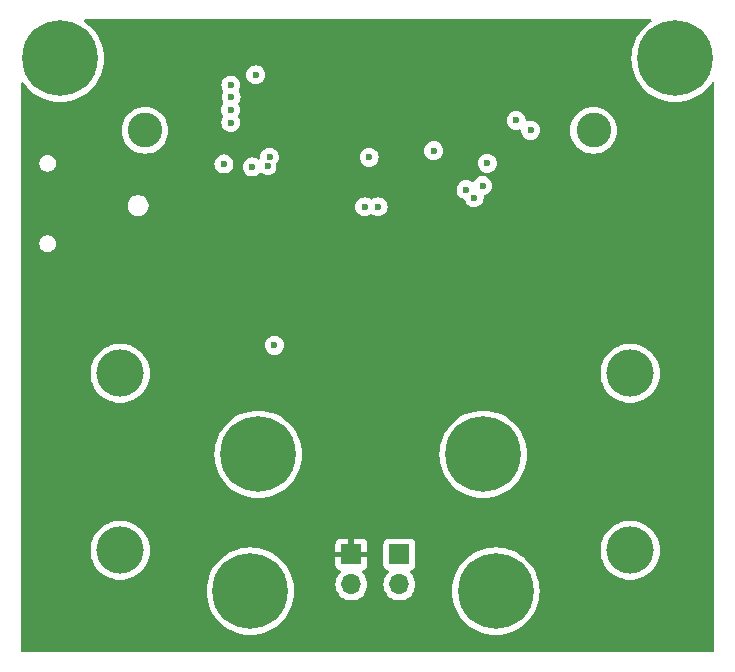
<source format=gbr>
%TF.GenerationSoftware,KiCad,Pcbnew,8.0.1*%
%TF.CreationDate,2024-04-22T08:31:39-07:00*%
%TF.ProjectId,milliohm_meter,6d696c6c-696f-4686-9d5f-6d657465722e,rev?*%
%TF.SameCoordinates,Original*%
%TF.FileFunction,Copper,L3,Inr*%
%TF.FilePolarity,Positive*%
%FSLAX46Y46*%
G04 Gerber Fmt 4.6, Leading zero omitted, Abs format (unit mm)*
G04 Created by KiCad (PCBNEW 8.0.1) date 2024-04-22 08:31:39*
%MOMM*%
%LPD*%
G01*
G04 APERTURE LIST*
%TA.AperFunction,ComponentPad*%
%ADD10C,6.400000*%
%TD*%
%TA.AperFunction,ComponentPad*%
%ADD11R,1.700000X1.700000*%
%TD*%
%TA.AperFunction,ComponentPad*%
%ADD12O,1.700000X1.700000*%
%TD*%
%TA.AperFunction,ComponentPad*%
%ADD13C,4.000000*%
%TD*%
%TA.AperFunction,ComponentPad*%
%ADD14C,2.940000*%
%TD*%
%TA.AperFunction,ViaPad*%
%ADD15C,0.600000*%
%TD*%
G04 APERTURE END LIST*
D10*
%TO.N,GND*%
%TO.C,J8*%
X147574000Y-90678000D03*
%TD*%
D11*
%TO.N,VCC*%
%TO.C,J4*%
X136423000Y-99156200D03*
D12*
%TO.N,GND*%
X136423000Y-101696200D03*
%TD*%
D10*
%TO.N,GND*%
%TO.C,H2*%
X163830000Y-57150000D03*
%TD*%
D13*
%TO.N,Net-(D1-K)*%
%TO.C,J2*%
X116840000Y-83820000D03*
%TD*%
D11*
%TO.N,/V_OUT*%
%TO.C,J3*%
X140487000Y-99156200D03*
D12*
%TO.N,GND*%
X140487000Y-101696200D03*
%TD*%
D10*
%TO.N,GND*%
%TO.C,H4*%
X148640800Y-102260400D03*
%TD*%
D13*
%TO.N,/SENSE-*%
%TO.C,J6*%
X160020000Y-98806000D03*
%TD*%
D10*
%TO.N,/V_OUT*%
%TO.C,J7*%
X128524000Y-90678000D03*
%TD*%
D13*
%TO.N,/SENSE+*%
%TO.C,J5*%
X160020000Y-83820000D03*
%TD*%
D10*
%TO.N,GND*%
%TO.C,H1*%
X111760000Y-57150000D03*
%TD*%
D13*
%TO.N,/FORCE-*%
%TO.C,J1*%
X116840000Y-98806000D03*
%TD*%
D10*
%TO.N,GND*%
%TO.C,H3*%
X127863600Y-102260400D03*
%TD*%
D14*
%TO.N,Net-(BAT1--)*%
%TO.C,BAT1*%
X156922000Y-63246000D03*
%TO.N,Net-(BAT1-+)*%
X118952000Y-63246000D03*
%TD*%
D15*
%TO.N,VCC*%
X132765800Y-58140600D03*
%TO.N,GND*%
X128320800Y-58547000D03*
%TO.N,VCC*%
X131470400Y-62992000D03*
X125450600Y-67564000D03*
X149072600Y-61366400D03*
X149301200Y-66217800D03*
X148564600Y-68148200D03*
X115214400Y-71907400D03*
X126695200Y-76555600D03*
X113436400Y-73075800D03*
X130302000Y-66243200D03*
%TO.N,GND*%
X138684000Y-69723000D03*
X126184600Y-61518800D03*
X126235400Y-60426600D03*
X137541000Y-69723000D03*
X147523200Y-67919600D03*
X128016000Y-66344800D03*
X146812000Y-68961000D03*
X151587200Y-63246000D03*
X146126200Y-68275200D03*
X129489200Y-65532000D03*
X150368000Y-62407800D03*
X125628400Y-66090800D03*
X129336800Y-66243200D03*
X126210000Y-59410600D03*
X126210000Y-62585600D03*
%TO.N,/FORCE-*%
X137922000Y-65532000D03*
X129908300Y-81445100D03*
%TO.N,/V_OUT*%
X143383000Y-64973200D03*
X147929600Y-66040000D03*
%TD*%
%TA.AperFunction,Conductor*%
%TO.N,VCC*%
G36*
X161780197Y-53860185D02*
G01*
X161825952Y-53912989D01*
X161835896Y-53982147D01*
X161806871Y-54045703D01*
X161780693Y-54068495D01*
X161651917Y-54152122D01*
X161350488Y-54396215D01*
X161350480Y-54396222D01*
X161076222Y-54670480D01*
X161076215Y-54670488D01*
X160832122Y-54971917D01*
X160620877Y-55297206D01*
X160444787Y-55642802D01*
X160305788Y-56004905D01*
X160205397Y-56379570D01*
X160205397Y-56379572D01*
X160144722Y-56762660D01*
X160124422Y-57149999D01*
X160124422Y-57150000D01*
X160144722Y-57537339D01*
X160205397Y-57920427D01*
X160205397Y-57920429D01*
X160305788Y-58295094D01*
X160444787Y-58657197D01*
X160620877Y-59002793D01*
X160832122Y-59328082D01*
X161044097Y-59589849D01*
X161076219Y-59629516D01*
X161350484Y-59903781D01*
X161425293Y-59964360D01*
X161651917Y-60147877D01*
X161977206Y-60359122D01*
X161977211Y-60359125D01*
X162322806Y-60535214D01*
X162684913Y-60674214D01*
X163059567Y-60774602D01*
X163442662Y-60835278D01*
X163808576Y-60854455D01*
X163829999Y-60855578D01*
X163830000Y-60855578D01*
X163830001Y-60855578D01*
X163850301Y-60854514D01*
X164217338Y-60835278D01*
X164600433Y-60774602D01*
X164975087Y-60674214D01*
X165337194Y-60535214D01*
X165682789Y-60359125D01*
X166008084Y-60147876D01*
X166309516Y-59903781D01*
X166583781Y-59629516D01*
X166827876Y-59328084D01*
X166911505Y-59199307D01*
X166964526Y-59153804D01*
X167033731Y-59144190D01*
X167097148Y-59173517D01*
X167134642Y-59232474D01*
X167139500Y-59266842D01*
X167139500Y-107325500D01*
X167119815Y-107392539D01*
X167067011Y-107438294D01*
X167015500Y-107449500D01*
X108574500Y-107449500D01*
X108507461Y-107429815D01*
X108461706Y-107377011D01*
X108450500Y-107325500D01*
X108450500Y-102260400D01*
X124158022Y-102260400D01*
X124178322Y-102647739D01*
X124238997Y-103030827D01*
X124238997Y-103030829D01*
X124339388Y-103405494D01*
X124478387Y-103767597D01*
X124654477Y-104113193D01*
X124865722Y-104438482D01*
X124865724Y-104438484D01*
X125109819Y-104739916D01*
X125384084Y-105014181D01*
X125384088Y-105014184D01*
X125685517Y-105258277D01*
X126010806Y-105469522D01*
X126010811Y-105469525D01*
X126356406Y-105645614D01*
X126718513Y-105784614D01*
X127093167Y-105885002D01*
X127476262Y-105945678D01*
X127842176Y-105964855D01*
X127863599Y-105965978D01*
X127863600Y-105965978D01*
X127863601Y-105965978D01*
X127883901Y-105964914D01*
X128250938Y-105945678D01*
X128634033Y-105885002D01*
X129008687Y-105784614D01*
X129370794Y-105645614D01*
X129716389Y-105469525D01*
X130041684Y-105258276D01*
X130343116Y-105014181D01*
X130617381Y-104739916D01*
X130861476Y-104438484D01*
X131072725Y-104113189D01*
X131248814Y-103767594D01*
X131387814Y-103405487D01*
X131488202Y-103030833D01*
X131548878Y-102647738D01*
X131569178Y-102260400D01*
X131548878Y-101873062D01*
X131520866Y-101696200D01*
X135067341Y-101696200D01*
X135087936Y-101931603D01*
X135087938Y-101931613D01*
X135149094Y-102159855D01*
X135149096Y-102159859D01*
X135149097Y-102159863D01*
X135248965Y-102374030D01*
X135248967Y-102374034D01*
X135357281Y-102528721D01*
X135384505Y-102567601D01*
X135551599Y-102734695D01*
X135648384Y-102802465D01*
X135745165Y-102870232D01*
X135745167Y-102870233D01*
X135745170Y-102870235D01*
X135959337Y-102970103D01*
X136187592Y-103031263D01*
X136375918Y-103047739D01*
X136422999Y-103051859D01*
X136423000Y-103051859D01*
X136423001Y-103051859D01*
X136462234Y-103048426D01*
X136658408Y-103031263D01*
X136886663Y-102970103D01*
X137100830Y-102870235D01*
X137294401Y-102734695D01*
X137461495Y-102567601D01*
X137597035Y-102374030D01*
X137696903Y-102159863D01*
X137758063Y-101931608D01*
X137778659Y-101696200D01*
X139131341Y-101696200D01*
X139151936Y-101931603D01*
X139151938Y-101931613D01*
X139213094Y-102159855D01*
X139213096Y-102159859D01*
X139213097Y-102159863D01*
X139312965Y-102374030D01*
X139312967Y-102374034D01*
X139421281Y-102528721D01*
X139448505Y-102567601D01*
X139615599Y-102734695D01*
X139712384Y-102802465D01*
X139809165Y-102870232D01*
X139809167Y-102870233D01*
X139809170Y-102870235D01*
X140023337Y-102970103D01*
X140251592Y-103031263D01*
X140439918Y-103047739D01*
X140486999Y-103051859D01*
X140487000Y-103051859D01*
X140487001Y-103051859D01*
X140526234Y-103048426D01*
X140722408Y-103031263D01*
X140950663Y-102970103D01*
X141164830Y-102870235D01*
X141358401Y-102734695D01*
X141525495Y-102567601D01*
X141661035Y-102374030D01*
X141714022Y-102260400D01*
X144935222Y-102260400D01*
X144955522Y-102647739D01*
X145016197Y-103030827D01*
X145016197Y-103030829D01*
X145116588Y-103405494D01*
X145255587Y-103767597D01*
X145431677Y-104113193D01*
X145642922Y-104438482D01*
X145642924Y-104438484D01*
X145887019Y-104739916D01*
X146161284Y-105014181D01*
X146161288Y-105014184D01*
X146462717Y-105258277D01*
X146788006Y-105469522D01*
X146788011Y-105469525D01*
X147133606Y-105645614D01*
X147495713Y-105784614D01*
X147870367Y-105885002D01*
X148253462Y-105945678D01*
X148619376Y-105964855D01*
X148640799Y-105965978D01*
X148640800Y-105965978D01*
X148640801Y-105965978D01*
X148661101Y-105964914D01*
X149028138Y-105945678D01*
X149411233Y-105885002D01*
X149785887Y-105784614D01*
X150147994Y-105645614D01*
X150493589Y-105469525D01*
X150818884Y-105258276D01*
X151120316Y-105014181D01*
X151394581Y-104739916D01*
X151638676Y-104438484D01*
X151849925Y-104113189D01*
X152026014Y-103767594D01*
X152165014Y-103405487D01*
X152265402Y-103030833D01*
X152326078Y-102647738D01*
X152346378Y-102260400D01*
X152326078Y-101873062D01*
X152265402Y-101489967D01*
X152165014Y-101115313D01*
X152026014Y-100753206D01*
X151849925Y-100407611D01*
X151849922Y-100407606D01*
X151638677Y-100082317D01*
X151394584Y-99780888D01*
X151394581Y-99780884D01*
X151120316Y-99506619D01*
X150996309Y-99406200D01*
X150818882Y-99262522D01*
X150493593Y-99051277D01*
X150147997Y-98875187D01*
X149967773Y-98806005D01*
X157514556Y-98806005D01*
X157534310Y-99120004D01*
X157534311Y-99120011D01*
X157593270Y-99429083D01*
X157690497Y-99728316D01*
X157690499Y-99728321D01*
X157824461Y-100013003D01*
X157824464Y-100013009D01*
X157993051Y-100278661D01*
X157993054Y-100278665D01*
X158193606Y-100521090D01*
X158193608Y-100521092D01*
X158193610Y-100521094D01*
X158387186Y-100702874D01*
X158422968Y-100736476D01*
X158422978Y-100736484D01*
X158677504Y-100921408D01*
X158677509Y-100921410D01*
X158677516Y-100921416D01*
X158953234Y-101072994D01*
X158953239Y-101072996D01*
X158953241Y-101072997D01*
X158953242Y-101072998D01*
X159245771Y-101188818D01*
X159245774Y-101188819D01*
X159550523Y-101267065D01*
X159550527Y-101267066D01*
X159616010Y-101275338D01*
X159862670Y-101306499D01*
X159862679Y-101306499D01*
X159862682Y-101306500D01*
X159862684Y-101306500D01*
X160177316Y-101306500D01*
X160177318Y-101306500D01*
X160177321Y-101306499D01*
X160177329Y-101306499D01*
X160363593Y-101282968D01*
X160489473Y-101267066D01*
X160794225Y-101188819D01*
X160794228Y-101188818D01*
X161086757Y-101072998D01*
X161086758Y-101072997D01*
X161086756Y-101072997D01*
X161086766Y-101072994D01*
X161362484Y-100921416D01*
X161617030Y-100736478D01*
X161846390Y-100521094D01*
X162046947Y-100278663D01*
X162215537Y-100013007D01*
X162349503Y-99728315D01*
X162446731Y-99429079D01*
X162505688Y-99120015D01*
X162510013Y-99051275D01*
X162525444Y-98806005D01*
X162525444Y-98805994D01*
X162505689Y-98491995D01*
X162505688Y-98491988D01*
X162505688Y-98491985D01*
X162446731Y-98182921D01*
X162349503Y-97883685D01*
X162339698Y-97862849D01*
X162215538Y-97598996D01*
X162215537Y-97598993D01*
X162046947Y-97333337D01*
X162046945Y-97333334D01*
X161846393Y-97090909D01*
X161846391Y-97090907D01*
X161617031Y-96875523D01*
X161617021Y-96875515D01*
X161362495Y-96690591D01*
X161362488Y-96690586D01*
X161362484Y-96690584D01*
X161086766Y-96539006D01*
X161086763Y-96539004D01*
X161086758Y-96539002D01*
X161086757Y-96539001D01*
X160794228Y-96423181D01*
X160794225Y-96423180D01*
X160489476Y-96344934D01*
X160489463Y-96344932D01*
X160177329Y-96305500D01*
X160177318Y-96305500D01*
X159862682Y-96305500D01*
X159862670Y-96305500D01*
X159550536Y-96344932D01*
X159550523Y-96344934D01*
X159245774Y-96423180D01*
X159245771Y-96423181D01*
X158953242Y-96539001D01*
X158953241Y-96539002D01*
X158677516Y-96690584D01*
X158677504Y-96690591D01*
X158422978Y-96875515D01*
X158422968Y-96875523D01*
X158193608Y-97090907D01*
X158193606Y-97090909D01*
X157993054Y-97333334D01*
X157993051Y-97333338D01*
X157824464Y-97598990D01*
X157824461Y-97598996D01*
X157690499Y-97883678D01*
X157690497Y-97883683D01*
X157593270Y-98182916D01*
X157534311Y-98491988D01*
X157534310Y-98491995D01*
X157514556Y-98805994D01*
X157514556Y-98806005D01*
X149967773Y-98806005D01*
X149785894Y-98736188D01*
X149614544Y-98690275D01*
X149411233Y-98635798D01*
X149411229Y-98635797D01*
X149411228Y-98635797D01*
X149028139Y-98575122D01*
X148640801Y-98554822D01*
X148640799Y-98554822D01*
X148253460Y-98575122D01*
X147870372Y-98635797D01*
X147870370Y-98635797D01*
X147495705Y-98736188D01*
X147133602Y-98875187D01*
X146788006Y-99051277D01*
X146462717Y-99262522D01*
X146161288Y-99506615D01*
X146161280Y-99506622D01*
X145887022Y-99780880D01*
X145887015Y-99780888D01*
X145642922Y-100082317D01*
X145431677Y-100407606D01*
X145255587Y-100753202D01*
X145116588Y-101115305D01*
X145016197Y-101489970D01*
X145016197Y-101489972D01*
X144955522Y-101873060D01*
X144935222Y-102260399D01*
X144935222Y-102260400D01*
X141714022Y-102260400D01*
X141760903Y-102159863D01*
X141822063Y-101931608D01*
X141842659Y-101696200D01*
X141822063Y-101460792D01*
X141760903Y-101232537D01*
X141661035Y-101018371D01*
X141525495Y-100824799D01*
X141403567Y-100702871D01*
X141370084Y-100641551D01*
X141375068Y-100571859D01*
X141416939Y-100515925D01*
X141447915Y-100499010D01*
X141579331Y-100449996D01*
X141694546Y-100363746D01*
X141780796Y-100248531D01*
X141831091Y-100113683D01*
X141837500Y-100054073D01*
X141837499Y-98258328D01*
X141831091Y-98198717D01*
X141825199Y-98182921D01*
X141780797Y-98063871D01*
X141780793Y-98063864D01*
X141694547Y-97948655D01*
X141694544Y-97948652D01*
X141579335Y-97862406D01*
X141579328Y-97862402D01*
X141444482Y-97812108D01*
X141444483Y-97812108D01*
X141384883Y-97805701D01*
X141384881Y-97805700D01*
X141384873Y-97805700D01*
X141384864Y-97805700D01*
X139589129Y-97805700D01*
X139589123Y-97805701D01*
X139529516Y-97812108D01*
X139394671Y-97862402D01*
X139394664Y-97862406D01*
X139279455Y-97948652D01*
X139279452Y-97948655D01*
X139193206Y-98063864D01*
X139193202Y-98063871D01*
X139142908Y-98198717D01*
X139136501Y-98258316D01*
X139136501Y-98258323D01*
X139136500Y-98258335D01*
X139136500Y-100054070D01*
X139136501Y-100054076D01*
X139142908Y-100113683D01*
X139193202Y-100248528D01*
X139193206Y-100248535D01*
X139279452Y-100363744D01*
X139279455Y-100363747D01*
X139394664Y-100449993D01*
X139394671Y-100449997D01*
X139526081Y-100499010D01*
X139582015Y-100540881D01*
X139606432Y-100606345D01*
X139591580Y-100674618D01*
X139570430Y-100702873D01*
X139448503Y-100824800D01*
X139312965Y-101018369D01*
X139312964Y-101018371D01*
X139213098Y-101232535D01*
X139213094Y-101232544D01*
X139151938Y-101460786D01*
X139151936Y-101460796D01*
X139131341Y-101696199D01*
X139131341Y-101696200D01*
X137778659Y-101696200D01*
X137758063Y-101460792D01*
X137696903Y-101232537D01*
X137597035Y-101018371D01*
X137461495Y-100824799D01*
X137339179Y-100702483D01*
X137305696Y-100641163D01*
X137310680Y-100571471D01*
X137352551Y-100515537D01*
X137383529Y-100498622D01*
X137515086Y-100449554D01*
X137515093Y-100449550D01*
X137630187Y-100363390D01*
X137630190Y-100363387D01*
X137716350Y-100248293D01*
X137716354Y-100248286D01*
X137766596Y-100113579D01*
X137766598Y-100113572D01*
X137772999Y-100054044D01*
X137773000Y-100054027D01*
X137773000Y-99406200D01*
X136856012Y-99406200D01*
X136888925Y-99349193D01*
X136923000Y-99222026D01*
X136923000Y-99090374D01*
X136888925Y-98963207D01*
X136856012Y-98906200D01*
X137773000Y-98906200D01*
X137773000Y-98258372D01*
X137772999Y-98258355D01*
X137766598Y-98198827D01*
X137766596Y-98198820D01*
X137716354Y-98064113D01*
X137716350Y-98064106D01*
X137630190Y-97949012D01*
X137630187Y-97949009D01*
X137515093Y-97862849D01*
X137515086Y-97862845D01*
X137380379Y-97812603D01*
X137380372Y-97812601D01*
X137320844Y-97806200D01*
X136673000Y-97806200D01*
X136673000Y-98723188D01*
X136615993Y-98690275D01*
X136488826Y-98656200D01*
X136357174Y-98656200D01*
X136230007Y-98690275D01*
X136173000Y-98723188D01*
X136173000Y-97806200D01*
X135525155Y-97806200D01*
X135465627Y-97812601D01*
X135465620Y-97812603D01*
X135330913Y-97862845D01*
X135330906Y-97862849D01*
X135215812Y-97949009D01*
X135215809Y-97949012D01*
X135129649Y-98064106D01*
X135129645Y-98064113D01*
X135079403Y-98198820D01*
X135079401Y-98198827D01*
X135073000Y-98258355D01*
X135073000Y-98906200D01*
X135989988Y-98906200D01*
X135957075Y-98963207D01*
X135923000Y-99090374D01*
X135923000Y-99222026D01*
X135957075Y-99349193D01*
X135989988Y-99406200D01*
X135073000Y-99406200D01*
X135073000Y-100054044D01*
X135079401Y-100113572D01*
X135079403Y-100113579D01*
X135129645Y-100248286D01*
X135129649Y-100248293D01*
X135215809Y-100363387D01*
X135215812Y-100363390D01*
X135330906Y-100449550D01*
X135330913Y-100449554D01*
X135462470Y-100498621D01*
X135518403Y-100540492D01*
X135542821Y-100605956D01*
X135527970Y-100674229D01*
X135506819Y-100702484D01*
X135384503Y-100824800D01*
X135248965Y-101018369D01*
X135248964Y-101018371D01*
X135149098Y-101232535D01*
X135149094Y-101232544D01*
X135087938Y-101460786D01*
X135087936Y-101460796D01*
X135067341Y-101696199D01*
X135067341Y-101696200D01*
X131520866Y-101696200D01*
X131488202Y-101489967D01*
X131387814Y-101115313D01*
X131248814Y-100753206D01*
X131072725Y-100407611D01*
X131072722Y-100407606D01*
X130861477Y-100082317D01*
X130617384Y-99780888D01*
X130617381Y-99780884D01*
X130343116Y-99506619D01*
X130219109Y-99406200D01*
X130041682Y-99262522D01*
X129716393Y-99051277D01*
X129370797Y-98875187D01*
X129008694Y-98736188D01*
X128837344Y-98690275D01*
X128634033Y-98635798D01*
X128634029Y-98635797D01*
X128634028Y-98635797D01*
X128250939Y-98575122D01*
X127863601Y-98554822D01*
X127863599Y-98554822D01*
X127476260Y-98575122D01*
X127093172Y-98635797D01*
X127093170Y-98635797D01*
X126718505Y-98736188D01*
X126356402Y-98875187D01*
X126010806Y-99051277D01*
X125685517Y-99262522D01*
X125384088Y-99506615D01*
X125384080Y-99506622D01*
X125109822Y-99780880D01*
X125109815Y-99780888D01*
X124865722Y-100082317D01*
X124654477Y-100407606D01*
X124478387Y-100753202D01*
X124339388Y-101115305D01*
X124238997Y-101489970D01*
X124238997Y-101489972D01*
X124178322Y-101873060D01*
X124158022Y-102260399D01*
X124158022Y-102260400D01*
X108450500Y-102260400D01*
X108450500Y-98806005D01*
X114334556Y-98806005D01*
X114354310Y-99120004D01*
X114354311Y-99120011D01*
X114413270Y-99429083D01*
X114510497Y-99728316D01*
X114510499Y-99728321D01*
X114644461Y-100013003D01*
X114644464Y-100013009D01*
X114813051Y-100278661D01*
X114813054Y-100278665D01*
X115013606Y-100521090D01*
X115013608Y-100521092D01*
X115013610Y-100521094D01*
X115207186Y-100702874D01*
X115242968Y-100736476D01*
X115242978Y-100736484D01*
X115497504Y-100921408D01*
X115497509Y-100921410D01*
X115497516Y-100921416D01*
X115773234Y-101072994D01*
X115773239Y-101072996D01*
X115773241Y-101072997D01*
X115773242Y-101072998D01*
X116065771Y-101188818D01*
X116065774Y-101188819D01*
X116370523Y-101267065D01*
X116370527Y-101267066D01*
X116436010Y-101275338D01*
X116682670Y-101306499D01*
X116682679Y-101306499D01*
X116682682Y-101306500D01*
X116682684Y-101306500D01*
X116997316Y-101306500D01*
X116997318Y-101306500D01*
X116997321Y-101306499D01*
X116997329Y-101306499D01*
X117183593Y-101282968D01*
X117309473Y-101267066D01*
X117614225Y-101188819D01*
X117614228Y-101188818D01*
X117906757Y-101072998D01*
X117906758Y-101072997D01*
X117906756Y-101072997D01*
X117906766Y-101072994D01*
X118182484Y-100921416D01*
X118437030Y-100736478D01*
X118666390Y-100521094D01*
X118866947Y-100278663D01*
X119035537Y-100013007D01*
X119169503Y-99728315D01*
X119266731Y-99429079D01*
X119325688Y-99120015D01*
X119330013Y-99051275D01*
X119345444Y-98806005D01*
X119345444Y-98805994D01*
X119325689Y-98491995D01*
X119325688Y-98491988D01*
X119325688Y-98491985D01*
X119266731Y-98182921D01*
X119169503Y-97883685D01*
X119159698Y-97862849D01*
X119035538Y-97598996D01*
X119035537Y-97598993D01*
X118866947Y-97333337D01*
X118866945Y-97333334D01*
X118666393Y-97090909D01*
X118666391Y-97090907D01*
X118437031Y-96875523D01*
X118437021Y-96875515D01*
X118182495Y-96690591D01*
X118182488Y-96690586D01*
X118182484Y-96690584D01*
X117906766Y-96539006D01*
X117906763Y-96539004D01*
X117906758Y-96539002D01*
X117906757Y-96539001D01*
X117614228Y-96423181D01*
X117614225Y-96423180D01*
X117309476Y-96344934D01*
X117309463Y-96344932D01*
X116997329Y-96305500D01*
X116997318Y-96305500D01*
X116682682Y-96305500D01*
X116682670Y-96305500D01*
X116370536Y-96344932D01*
X116370523Y-96344934D01*
X116065774Y-96423180D01*
X116065771Y-96423181D01*
X115773242Y-96539001D01*
X115773241Y-96539002D01*
X115497516Y-96690584D01*
X115497504Y-96690591D01*
X115242978Y-96875515D01*
X115242968Y-96875523D01*
X115013608Y-97090907D01*
X115013606Y-97090909D01*
X114813054Y-97333334D01*
X114813051Y-97333338D01*
X114644464Y-97598990D01*
X114644461Y-97598996D01*
X114510499Y-97883678D01*
X114510497Y-97883683D01*
X114413270Y-98182916D01*
X114354311Y-98491988D01*
X114354310Y-98491995D01*
X114334556Y-98805994D01*
X114334556Y-98806005D01*
X108450500Y-98806005D01*
X108450500Y-90678000D01*
X124818422Y-90678000D01*
X124838722Y-91065339D01*
X124899397Y-91448427D01*
X124899397Y-91448429D01*
X124999788Y-91823094D01*
X125138787Y-92185197D01*
X125314877Y-92530793D01*
X125526122Y-92856082D01*
X125526124Y-92856084D01*
X125770219Y-93157516D01*
X126044484Y-93431781D01*
X126044488Y-93431784D01*
X126345917Y-93675877D01*
X126671206Y-93887122D01*
X126671211Y-93887125D01*
X127016806Y-94063214D01*
X127378913Y-94202214D01*
X127753567Y-94302602D01*
X128136662Y-94363278D01*
X128502576Y-94382455D01*
X128523999Y-94383578D01*
X128524000Y-94383578D01*
X128524001Y-94383578D01*
X128544301Y-94382514D01*
X128911338Y-94363278D01*
X129294433Y-94302602D01*
X129669087Y-94202214D01*
X130031194Y-94063214D01*
X130376789Y-93887125D01*
X130702084Y-93675876D01*
X131003516Y-93431781D01*
X131277781Y-93157516D01*
X131521876Y-92856084D01*
X131733125Y-92530789D01*
X131909214Y-92185194D01*
X132048214Y-91823087D01*
X132148602Y-91448433D01*
X132209278Y-91065338D01*
X132229578Y-90678000D01*
X143868422Y-90678000D01*
X143888722Y-91065339D01*
X143949397Y-91448427D01*
X143949397Y-91448429D01*
X144049788Y-91823094D01*
X144188787Y-92185197D01*
X144364877Y-92530793D01*
X144576122Y-92856082D01*
X144576124Y-92856084D01*
X144820219Y-93157516D01*
X145094484Y-93431781D01*
X145094488Y-93431784D01*
X145395917Y-93675877D01*
X145721206Y-93887122D01*
X145721211Y-93887125D01*
X146066806Y-94063214D01*
X146428913Y-94202214D01*
X146803567Y-94302602D01*
X147186662Y-94363278D01*
X147552576Y-94382455D01*
X147573999Y-94383578D01*
X147574000Y-94383578D01*
X147574001Y-94383578D01*
X147594301Y-94382514D01*
X147961338Y-94363278D01*
X148344433Y-94302602D01*
X148719087Y-94202214D01*
X149081194Y-94063214D01*
X149426789Y-93887125D01*
X149752084Y-93675876D01*
X150053516Y-93431781D01*
X150327781Y-93157516D01*
X150571876Y-92856084D01*
X150783125Y-92530789D01*
X150959214Y-92185194D01*
X151098214Y-91823087D01*
X151198602Y-91448433D01*
X151259278Y-91065338D01*
X151279578Y-90678000D01*
X151259278Y-90290662D01*
X151198602Y-89907567D01*
X151098214Y-89532913D01*
X150959214Y-89170806D01*
X150783125Y-88825211D01*
X150571876Y-88499916D01*
X150327781Y-88198484D01*
X150053516Y-87924219D01*
X149752084Y-87680124D01*
X149752082Y-87680122D01*
X149426793Y-87468877D01*
X149081197Y-87292787D01*
X148719094Y-87153788D01*
X148719087Y-87153786D01*
X148344433Y-87053398D01*
X148344429Y-87053397D01*
X148344428Y-87053397D01*
X147961339Y-86992722D01*
X147574001Y-86972422D01*
X147573999Y-86972422D01*
X147186660Y-86992722D01*
X146803572Y-87053397D01*
X146803570Y-87053397D01*
X146428905Y-87153788D01*
X146066802Y-87292787D01*
X145721206Y-87468877D01*
X145395917Y-87680122D01*
X145094488Y-87924215D01*
X145094480Y-87924222D01*
X144820222Y-88198480D01*
X144820215Y-88198488D01*
X144576122Y-88499917D01*
X144364877Y-88825206D01*
X144188787Y-89170802D01*
X144049788Y-89532905D01*
X143949397Y-89907570D01*
X143949397Y-89907572D01*
X143888722Y-90290660D01*
X143868422Y-90677999D01*
X143868422Y-90678000D01*
X132229578Y-90678000D01*
X132209278Y-90290662D01*
X132148602Y-89907567D01*
X132048214Y-89532913D01*
X131909214Y-89170806D01*
X131733125Y-88825211D01*
X131521876Y-88499916D01*
X131277781Y-88198484D01*
X131003516Y-87924219D01*
X130702084Y-87680124D01*
X130702082Y-87680122D01*
X130376793Y-87468877D01*
X130031197Y-87292787D01*
X129669094Y-87153788D01*
X129669087Y-87153786D01*
X129294433Y-87053398D01*
X129294429Y-87053397D01*
X129294428Y-87053397D01*
X128911339Y-86992722D01*
X128524001Y-86972422D01*
X128523999Y-86972422D01*
X128136660Y-86992722D01*
X127753572Y-87053397D01*
X127753570Y-87053397D01*
X127378905Y-87153788D01*
X127016802Y-87292787D01*
X126671206Y-87468877D01*
X126345917Y-87680122D01*
X126044488Y-87924215D01*
X126044480Y-87924222D01*
X125770222Y-88198480D01*
X125770215Y-88198488D01*
X125526122Y-88499917D01*
X125314877Y-88825206D01*
X125138787Y-89170802D01*
X124999788Y-89532905D01*
X124899397Y-89907570D01*
X124899397Y-89907572D01*
X124838722Y-90290660D01*
X124818422Y-90677999D01*
X124818422Y-90678000D01*
X108450500Y-90678000D01*
X108450500Y-83820005D01*
X114334556Y-83820005D01*
X114354310Y-84134004D01*
X114354311Y-84134011D01*
X114413270Y-84443083D01*
X114510497Y-84742316D01*
X114510499Y-84742321D01*
X114644461Y-85027003D01*
X114644464Y-85027009D01*
X114813051Y-85292661D01*
X114813054Y-85292665D01*
X115013606Y-85535090D01*
X115013608Y-85535092D01*
X115242968Y-85750476D01*
X115242978Y-85750484D01*
X115497504Y-85935408D01*
X115497509Y-85935410D01*
X115497516Y-85935416D01*
X115773234Y-86086994D01*
X115773239Y-86086996D01*
X115773241Y-86086997D01*
X115773242Y-86086998D01*
X116065771Y-86202818D01*
X116065774Y-86202819D01*
X116370523Y-86281065D01*
X116370527Y-86281066D01*
X116436010Y-86289338D01*
X116682670Y-86320499D01*
X116682679Y-86320499D01*
X116682682Y-86320500D01*
X116682684Y-86320500D01*
X116997316Y-86320500D01*
X116997318Y-86320500D01*
X116997321Y-86320499D01*
X116997329Y-86320499D01*
X117183593Y-86296968D01*
X117309473Y-86281066D01*
X117614225Y-86202819D01*
X117614228Y-86202818D01*
X117906757Y-86086998D01*
X117906758Y-86086997D01*
X117906756Y-86086997D01*
X117906766Y-86086994D01*
X118182484Y-85935416D01*
X118437030Y-85750478D01*
X118666390Y-85535094D01*
X118866947Y-85292663D01*
X119035537Y-85027007D01*
X119169503Y-84742315D01*
X119266731Y-84443079D01*
X119325688Y-84134015D01*
X119345444Y-83820005D01*
X157514556Y-83820005D01*
X157534310Y-84134004D01*
X157534311Y-84134011D01*
X157593270Y-84443083D01*
X157690497Y-84742316D01*
X157690499Y-84742321D01*
X157824461Y-85027003D01*
X157824464Y-85027009D01*
X157993051Y-85292661D01*
X157993054Y-85292665D01*
X158193606Y-85535090D01*
X158193608Y-85535092D01*
X158422968Y-85750476D01*
X158422978Y-85750484D01*
X158677504Y-85935408D01*
X158677509Y-85935410D01*
X158677516Y-85935416D01*
X158953234Y-86086994D01*
X158953239Y-86086996D01*
X158953241Y-86086997D01*
X158953242Y-86086998D01*
X159245771Y-86202818D01*
X159245774Y-86202819D01*
X159550523Y-86281065D01*
X159550527Y-86281066D01*
X159616010Y-86289338D01*
X159862670Y-86320499D01*
X159862679Y-86320499D01*
X159862682Y-86320500D01*
X159862684Y-86320500D01*
X160177316Y-86320500D01*
X160177318Y-86320500D01*
X160177321Y-86320499D01*
X160177329Y-86320499D01*
X160363593Y-86296968D01*
X160489473Y-86281066D01*
X160794225Y-86202819D01*
X160794228Y-86202818D01*
X161086757Y-86086998D01*
X161086758Y-86086997D01*
X161086756Y-86086997D01*
X161086766Y-86086994D01*
X161362484Y-85935416D01*
X161617030Y-85750478D01*
X161846390Y-85535094D01*
X162046947Y-85292663D01*
X162215537Y-85027007D01*
X162349503Y-84742315D01*
X162446731Y-84443079D01*
X162505688Y-84134015D01*
X162525444Y-83820000D01*
X162505688Y-83505985D01*
X162446731Y-83196921D01*
X162349503Y-82897685D01*
X162215537Y-82612993D01*
X162046947Y-82347337D01*
X161966973Y-82250665D01*
X161846393Y-82104909D01*
X161846391Y-82104907D01*
X161617031Y-81889523D01*
X161617021Y-81889515D01*
X161362495Y-81704591D01*
X161362488Y-81704586D01*
X161362484Y-81704584D01*
X161086766Y-81553006D01*
X161086763Y-81553004D01*
X161086758Y-81553002D01*
X161086757Y-81553001D01*
X160794228Y-81437181D01*
X160794225Y-81437180D01*
X160489476Y-81358934D01*
X160489463Y-81358932D01*
X160177329Y-81319500D01*
X160177318Y-81319500D01*
X159862682Y-81319500D01*
X159862670Y-81319500D01*
X159550536Y-81358932D01*
X159550523Y-81358934D01*
X159245774Y-81437180D01*
X159245771Y-81437181D01*
X158953242Y-81553001D01*
X158953241Y-81553002D01*
X158677516Y-81704584D01*
X158677504Y-81704591D01*
X158422978Y-81889515D01*
X158422968Y-81889523D01*
X158193608Y-82104907D01*
X158193606Y-82104909D01*
X157993054Y-82347334D01*
X157993051Y-82347338D01*
X157824464Y-82612990D01*
X157824461Y-82612996D01*
X157690499Y-82897678D01*
X157690497Y-82897683D01*
X157593270Y-83196916D01*
X157534311Y-83505988D01*
X157534310Y-83505995D01*
X157514556Y-83819994D01*
X157514556Y-83820005D01*
X119345444Y-83820005D01*
X119345444Y-83820000D01*
X119325688Y-83505985D01*
X119266731Y-83196921D01*
X119169503Y-82897685D01*
X119035537Y-82612993D01*
X118866947Y-82347337D01*
X118786973Y-82250665D01*
X118666393Y-82104909D01*
X118666391Y-82104907D01*
X118437031Y-81889523D01*
X118437021Y-81889515D01*
X118182495Y-81704591D01*
X118182488Y-81704586D01*
X118182484Y-81704584D01*
X117906766Y-81553006D01*
X117906763Y-81553004D01*
X117906758Y-81553002D01*
X117906757Y-81553001D01*
X117634237Y-81445103D01*
X129102735Y-81445103D01*
X129122930Y-81624349D01*
X129122931Y-81624354D01*
X129182511Y-81794623D01*
X129242141Y-81889523D01*
X129278484Y-81947362D01*
X129406038Y-82074916D01*
X129558778Y-82170889D01*
X129729045Y-82230468D01*
X129729050Y-82230469D01*
X129908296Y-82250665D01*
X129908300Y-82250665D01*
X129908304Y-82250665D01*
X130087549Y-82230469D01*
X130087552Y-82230468D01*
X130087555Y-82230468D01*
X130257822Y-82170889D01*
X130410562Y-82074916D01*
X130538116Y-81947362D01*
X130634089Y-81794622D01*
X130693668Y-81624355D01*
X130701707Y-81553006D01*
X130713865Y-81445103D01*
X130713865Y-81445096D01*
X130693669Y-81265850D01*
X130693668Y-81265845D01*
X130634088Y-81095576D01*
X130538115Y-80942837D01*
X130410562Y-80815284D01*
X130257823Y-80719311D01*
X130087554Y-80659731D01*
X130087549Y-80659730D01*
X129908304Y-80639535D01*
X129908296Y-80639535D01*
X129729050Y-80659730D01*
X129729045Y-80659731D01*
X129558776Y-80719311D01*
X129406037Y-80815284D01*
X129278484Y-80942837D01*
X129182511Y-81095576D01*
X129122931Y-81265845D01*
X129122930Y-81265850D01*
X129102735Y-81445096D01*
X129102735Y-81445103D01*
X117634237Y-81445103D01*
X117614228Y-81437181D01*
X117614225Y-81437180D01*
X117309476Y-81358934D01*
X117309463Y-81358932D01*
X116997329Y-81319500D01*
X116997318Y-81319500D01*
X116682682Y-81319500D01*
X116682670Y-81319500D01*
X116370536Y-81358932D01*
X116370523Y-81358934D01*
X116065774Y-81437180D01*
X116065771Y-81437181D01*
X115773242Y-81553001D01*
X115773241Y-81553002D01*
X115497516Y-81704584D01*
X115497504Y-81704591D01*
X115242978Y-81889515D01*
X115242968Y-81889523D01*
X115013608Y-82104907D01*
X115013606Y-82104909D01*
X114813054Y-82347334D01*
X114813051Y-82347338D01*
X114644464Y-82612990D01*
X114644461Y-82612996D01*
X114510499Y-82897678D01*
X114510497Y-82897683D01*
X114413270Y-83196916D01*
X114354311Y-83505988D01*
X114354310Y-83505995D01*
X114334556Y-83819994D01*
X114334556Y-83820005D01*
X108450500Y-83820005D01*
X108450500Y-72908995D01*
X109994699Y-72908995D01*
X110021618Y-73044322D01*
X110021621Y-73044332D01*
X110074421Y-73171804D01*
X110074428Y-73171817D01*
X110151085Y-73286541D01*
X110151088Y-73286545D01*
X110248654Y-73384111D01*
X110248658Y-73384114D01*
X110363382Y-73460771D01*
X110363395Y-73460778D01*
X110490867Y-73513578D01*
X110490872Y-73513580D01*
X110490876Y-73513580D01*
X110490877Y-73513581D01*
X110626204Y-73540500D01*
X110626207Y-73540500D01*
X110764195Y-73540500D01*
X110855241Y-73522389D01*
X110899528Y-73513580D01*
X111027011Y-73460775D01*
X111141742Y-73384114D01*
X111239314Y-73286542D01*
X111315975Y-73171811D01*
X111368780Y-73044328D01*
X111395700Y-72908993D01*
X111395700Y-72771007D01*
X111395700Y-72771004D01*
X111368781Y-72635677D01*
X111368780Y-72635676D01*
X111368780Y-72635672D01*
X111368778Y-72635667D01*
X111315978Y-72508195D01*
X111315971Y-72508182D01*
X111239314Y-72393458D01*
X111239311Y-72393454D01*
X111141745Y-72295888D01*
X111141741Y-72295885D01*
X111027017Y-72219228D01*
X111027004Y-72219221D01*
X110899532Y-72166421D01*
X110899522Y-72166418D01*
X110764195Y-72139500D01*
X110764193Y-72139500D01*
X110626207Y-72139500D01*
X110626205Y-72139500D01*
X110490877Y-72166418D01*
X110490867Y-72166421D01*
X110363395Y-72219221D01*
X110363382Y-72219228D01*
X110248658Y-72295885D01*
X110248654Y-72295888D01*
X110151088Y-72393454D01*
X110151085Y-72393458D01*
X110074428Y-72508182D01*
X110074421Y-72508195D01*
X110021621Y-72635667D01*
X110021618Y-72635677D01*
X109994700Y-72771004D01*
X109994700Y-72771007D01*
X109994700Y-72908993D01*
X109994700Y-72908995D01*
X109994699Y-72908995D01*
X108450500Y-72908995D01*
X108450500Y-69703218D01*
X117471500Y-69703218D01*
X117505527Y-69874283D01*
X117505529Y-69874291D01*
X117572278Y-70035439D01*
X117572283Y-70035448D01*
X117669186Y-70180473D01*
X117669189Y-70180477D01*
X117792522Y-70303810D01*
X117792526Y-70303813D01*
X117937551Y-70400716D01*
X117937557Y-70400719D01*
X117937558Y-70400720D01*
X118098709Y-70467471D01*
X118269781Y-70501499D01*
X118269785Y-70501500D01*
X118269786Y-70501500D01*
X118444215Y-70501500D01*
X118444216Y-70501499D01*
X118615291Y-70467471D01*
X118776442Y-70400720D01*
X118921474Y-70303813D01*
X119044813Y-70180474D01*
X119141720Y-70035442D01*
X119208471Y-69874291D01*
X119238564Y-69723003D01*
X136735435Y-69723003D01*
X136755630Y-69902249D01*
X136755631Y-69902254D01*
X136815211Y-70072523D01*
X136883041Y-70180473D01*
X136911184Y-70225262D01*
X137038738Y-70352816D01*
X137191478Y-70448789D01*
X137342115Y-70501499D01*
X137361745Y-70508368D01*
X137361750Y-70508369D01*
X137540996Y-70528565D01*
X137541000Y-70528565D01*
X137541004Y-70528565D01*
X137720249Y-70508369D01*
X137720252Y-70508368D01*
X137720255Y-70508368D01*
X137890522Y-70448789D01*
X138043262Y-70352816D01*
X138043263Y-70352814D01*
X138046527Y-70350764D01*
X138113764Y-70331763D01*
X138178473Y-70350764D01*
X138181736Y-70352814D01*
X138181738Y-70352816D01*
X138232012Y-70384405D01*
X138334475Y-70448788D01*
X138504745Y-70508368D01*
X138504750Y-70508369D01*
X138683996Y-70528565D01*
X138684000Y-70528565D01*
X138684004Y-70528565D01*
X138863249Y-70508369D01*
X138863252Y-70508368D01*
X138863255Y-70508368D01*
X139033522Y-70448789D01*
X139186262Y-70352816D01*
X139313816Y-70225262D01*
X139409789Y-70072522D01*
X139469368Y-69902255D01*
X139472520Y-69874283D01*
X139489565Y-69723003D01*
X139489565Y-69722996D01*
X139469369Y-69543750D01*
X139469368Y-69543745D01*
X139409788Y-69373476D01*
X139313815Y-69220737D01*
X139186262Y-69093184D01*
X139033523Y-68997211D01*
X138863254Y-68937631D01*
X138863249Y-68937630D01*
X138684004Y-68917435D01*
X138683996Y-68917435D01*
X138504750Y-68937630D01*
X138504745Y-68937631D01*
X138334476Y-68997211D01*
X138178472Y-69095236D01*
X138111235Y-69114236D01*
X138046528Y-69095236D01*
X137890523Y-68997211D01*
X137720254Y-68937631D01*
X137720249Y-68937630D01*
X137541004Y-68917435D01*
X137540996Y-68917435D01*
X137361750Y-68937630D01*
X137361745Y-68937631D01*
X137191476Y-68997211D01*
X137038737Y-69093184D01*
X136911184Y-69220737D01*
X136815211Y-69373476D01*
X136755631Y-69543745D01*
X136755630Y-69543750D01*
X136735435Y-69722996D01*
X136735435Y-69723003D01*
X119238564Y-69723003D01*
X119242500Y-69703214D01*
X119242500Y-69528786D01*
X119208471Y-69357709D01*
X119141720Y-69196558D01*
X119141719Y-69196557D01*
X119141716Y-69196551D01*
X119044813Y-69051526D01*
X119044810Y-69051522D01*
X118921477Y-68928189D01*
X118921473Y-68928186D01*
X118776448Y-68831283D01*
X118776439Y-68831278D01*
X118615291Y-68764529D01*
X118615283Y-68764527D01*
X118444218Y-68730500D01*
X118444214Y-68730500D01*
X118269786Y-68730500D01*
X118269781Y-68730500D01*
X118098716Y-68764527D01*
X118098708Y-68764529D01*
X117937560Y-68831278D01*
X117937551Y-68831283D01*
X117792526Y-68928186D01*
X117792522Y-68928189D01*
X117669189Y-69051522D01*
X117669186Y-69051526D01*
X117572283Y-69196551D01*
X117572278Y-69196560D01*
X117505529Y-69357708D01*
X117505527Y-69357716D01*
X117471500Y-69528781D01*
X117471500Y-69703218D01*
X108450500Y-69703218D01*
X108450500Y-68275203D01*
X145320635Y-68275203D01*
X145340830Y-68454449D01*
X145340831Y-68454454D01*
X145400411Y-68624723D01*
X145451241Y-68705618D01*
X145496384Y-68777462D01*
X145623938Y-68905016D01*
X145675846Y-68937632D01*
X145776678Y-69000989D01*
X145949611Y-69061501D01*
X146006388Y-69102223D01*
X146025699Y-69137589D01*
X146086210Y-69310521D01*
X146125769Y-69373478D01*
X146182184Y-69463262D01*
X146309738Y-69590816D01*
X146462478Y-69686789D01*
X146565952Y-69722996D01*
X146632745Y-69746368D01*
X146632750Y-69746369D01*
X146811996Y-69766565D01*
X146812000Y-69766565D01*
X146812004Y-69766565D01*
X146991249Y-69746369D01*
X146991252Y-69746368D01*
X146991255Y-69746368D01*
X147161522Y-69686789D01*
X147314262Y-69590816D01*
X147441816Y-69463262D01*
X147537789Y-69310522D01*
X147597368Y-69140255D01*
X147597369Y-69140249D01*
X147617565Y-68961003D01*
X147617565Y-68960997D01*
X147603976Y-68840394D01*
X147616030Y-68771572D01*
X147663379Y-68720192D01*
X147699609Y-68705618D01*
X147702450Y-68704969D01*
X147702451Y-68704968D01*
X147702455Y-68704968D01*
X147872722Y-68645389D01*
X148025462Y-68549416D01*
X148153016Y-68421862D01*
X148248989Y-68269122D01*
X148308568Y-68098855D01*
X148308569Y-68098849D01*
X148328765Y-67919603D01*
X148328765Y-67919596D01*
X148308569Y-67740350D01*
X148308568Y-67740345D01*
X148275340Y-67645384D01*
X148248989Y-67570078D01*
X148153016Y-67417338D01*
X148025462Y-67289784D01*
X147872723Y-67193811D01*
X147702454Y-67134231D01*
X147702449Y-67134230D01*
X147523204Y-67114035D01*
X147523196Y-67114035D01*
X147343950Y-67134230D01*
X147343945Y-67134231D01*
X147173676Y-67193811D01*
X147020937Y-67289784D01*
X146893384Y-67417337D01*
X146797409Y-67570080D01*
X146796712Y-67572073D01*
X146795912Y-67573187D01*
X146794388Y-67576353D01*
X146793833Y-67576085D01*
X146755989Y-67628847D01*
X146691035Y-67654592D01*
X146622474Y-67641134D01*
X146613700Y-67636108D01*
X146475723Y-67549411D01*
X146305454Y-67489831D01*
X146305449Y-67489830D01*
X146126204Y-67469635D01*
X146126196Y-67469635D01*
X145946950Y-67489830D01*
X145946945Y-67489831D01*
X145776676Y-67549411D01*
X145623937Y-67645384D01*
X145496384Y-67772937D01*
X145400411Y-67925676D01*
X145340831Y-68095945D01*
X145340830Y-68095950D01*
X145320635Y-68275196D01*
X145320635Y-68275203D01*
X108450500Y-68275203D01*
X108450500Y-66108995D01*
X109994699Y-66108995D01*
X110021618Y-66244322D01*
X110021621Y-66244332D01*
X110074421Y-66371804D01*
X110074428Y-66371817D01*
X110151085Y-66486541D01*
X110151088Y-66486545D01*
X110248654Y-66584111D01*
X110248658Y-66584114D01*
X110363382Y-66660771D01*
X110363395Y-66660778D01*
X110444381Y-66694323D01*
X110490872Y-66713580D01*
X110490876Y-66713580D01*
X110490877Y-66713581D01*
X110626204Y-66740500D01*
X110626207Y-66740500D01*
X110764195Y-66740500D01*
X110864161Y-66720615D01*
X110899528Y-66713580D01*
X111027011Y-66660775D01*
X111141742Y-66584114D01*
X111239314Y-66486542D01*
X111315975Y-66371811D01*
X111368780Y-66244328D01*
X111395700Y-66108993D01*
X111395700Y-66090803D01*
X124822835Y-66090803D01*
X124843030Y-66270049D01*
X124843031Y-66270054D01*
X124902611Y-66440323D01*
X124955220Y-66524049D01*
X124998584Y-66593062D01*
X125126138Y-66720616D01*
X125278878Y-66816589D01*
X125361687Y-66845565D01*
X125449145Y-66876168D01*
X125449150Y-66876169D01*
X125628396Y-66896365D01*
X125628400Y-66896365D01*
X125628404Y-66896365D01*
X125807649Y-66876169D01*
X125807652Y-66876168D01*
X125807655Y-66876168D01*
X125977922Y-66816589D01*
X126130662Y-66720616D01*
X126258216Y-66593062D01*
X126354189Y-66440322D01*
X126387613Y-66344803D01*
X127210435Y-66344803D01*
X127230630Y-66524049D01*
X127230631Y-66524054D01*
X127290211Y-66694323D01*
X127369101Y-66819874D01*
X127386184Y-66847062D01*
X127513738Y-66974616D01*
X127666478Y-67070589D01*
X127790640Y-67114035D01*
X127836745Y-67130168D01*
X127836750Y-67130169D01*
X128015996Y-67150365D01*
X128016000Y-67150365D01*
X128016004Y-67150365D01*
X128195249Y-67130169D01*
X128195252Y-67130168D01*
X128195255Y-67130168D01*
X128365522Y-67070589D01*
X128518262Y-66974616D01*
X128639519Y-66853359D01*
X128700842Y-66819874D01*
X128770534Y-66824858D01*
X128814881Y-66853359D01*
X128834538Y-66873016D01*
X128987278Y-66968989D01*
X129157545Y-67028568D01*
X129157550Y-67028569D01*
X129336796Y-67048765D01*
X129336800Y-67048765D01*
X129336804Y-67048765D01*
X129516049Y-67028569D01*
X129516052Y-67028568D01*
X129516055Y-67028568D01*
X129686322Y-66968989D01*
X129839062Y-66873016D01*
X129966616Y-66745462D01*
X130062589Y-66592722D01*
X130122168Y-66422455D01*
X130125879Y-66389522D01*
X130142365Y-66243203D01*
X130142365Y-66243197D01*
X130123711Y-66077638D01*
X130135765Y-66008816D01*
X130141933Y-65997789D01*
X130214989Y-65881522D01*
X130274568Y-65711255D01*
X130274913Y-65708195D01*
X130294765Y-65532003D01*
X137116435Y-65532003D01*
X137136630Y-65711249D01*
X137136631Y-65711254D01*
X137196211Y-65881523D01*
X137252436Y-65971004D01*
X137292184Y-66034262D01*
X137419738Y-66161816D01*
X137425673Y-66165545D01*
X137549264Y-66243203D01*
X137572478Y-66257789D01*
X137742745Y-66317368D01*
X137742750Y-66317369D01*
X137921996Y-66337565D01*
X137922000Y-66337565D01*
X137922004Y-66337565D01*
X138101249Y-66317369D01*
X138101252Y-66317368D01*
X138101255Y-66317368D01*
X138271522Y-66257789D01*
X138424262Y-66161816D01*
X138546075Y-66040003D01*
X147124035Y-66040003D01*
X147144230Y-66219249D01*
X147144231Y-66219254D01*
X147203811Y-66389523D01*
X147288340Y-66524049D01*
X147299784Y-66542262D01*
X147427338Y-66669816D01*
X147580078Y-66765789D01*
X147725253Y-66816588D01*
X147750345Y-66825368D01*
X147750350Y-66825369D01*
X147929596Y-66845565D01*
X147929600Y-66845565D01*
X147929604Y-66845565D01*
X148108849Y-66825369D01*
X148108852Y-66825368D01*
X148108855Y-66825368D01*
X148279122Y-66765789D01*
X148431862Y-66669816D01*
X148559416Y-66542262D01*
X148655389Y-66389522D01*
X148714968Y-66219255D01*
X148721440Y-66161815D01*
X148735165Y-66040003D01*
X148735165Y-66039996D01*
X148714969Y-65860750D01*
X148714968Y-65860745D01*
X148679215Y-65758568D01*
X148655389Y-65690478D01*
X148559416Y-65537738D01*
X148431862Y-65410184D01*
X148362214Y-65366421D01*
X148279123Y-65314211D01*
X148108854Y-65254631D01*
X148108849Y-65254630D01*
X147929604Y-65234435D01*
X147929596Y-65234435D01*
X147750350Y-65254630D01*
X147750345Y-65254631D01*
X147580076Y-65314211D01*
X147427337Y-65410184D01*
X147299784Y-65537737D01*
X147203811Y-65690476D01*
X147144231Y-65860745D01*
X147144230Y-65860750D01*
X147124035Y-66039996D01*
X147124035Y-66040003D01*
X138546075Y-66040003D01*
X138551816Y-66034262D01*
X138647789Y-65881522D01*
X138707368Y-65711255D01*
X138707713Y-65708195D01*
X138727565Y-65532003D01*
X138727565Y-65531996D01*
X138707369Y-65352750D01*
X138707368Y-65352745D01*
X138673036Y-65254630D01*
X138647789Y-65182478D01*
X138551816Y-65029738D01*
X138495281Y-64973203D01*
X142577435Y-64973203D01*
X142597630Y-65152449D01*
X142597631Y-65152454D01*
X142657211Y-65322723D01*
X142712167Y-65410184D01*
X142753184Y-65475462D01*
X142880738Y-65603016D01*
X142906194Y-65619011D01*
X143019929Y-65690476D01*
X143033478Y-65698989D01*
X143154333Y-65741278D01*
X143203745Y-65758568D01*
X143203750Y-65758569D01*
X143382996Y-65778765D01*
X143383000Y-65778765D01*
X143383004Y-65778765D01*
X143562249Y-65758569D01*
X143562252Y-65758568D01*
X143562255Y-65758568D01*
X143732522Y-65698989D01*
X143885262Y-65603016D01*
X144012816Y-65475462D01*
X144108789Y-65322722D01*
X144168368Y-65152455D01*
X144169601Y-65141511D01*
X144188565Y-64973203D01*
X144188565Y-64973196D01*
X144168369Y-64793950D01*
X144168368Y-64793945D01*
X144108788Y-64623676D01*
X144012815Y-64470937D01*
X143885262Y-64343384D01*
X143732523Y-64247411D01*
X143562254Y-64187831D01*
X143562249Y-64187830D01*
X143383004Y-64167635D01*
X143382996Y-64167635D01*
X143203750Y-64187830D01*
X143203745Y-64187831D01*
X143033476Y-64247411D01*
X142880737Y-64343384D01*
X142753184Y-64470937D01*
X142657211Y-64623676D01*
X142597631Y-64793945D01*
X142597630Y-64793950D01*
X142577435Y-64973196D01*
X142577435Y-64973203D01*
X138495281Y-64973203D01*
X138424262Y-64902184D01*
X138271523Y-64806211D01*
X138101254Y-64746631D01*
X138101249Y-64746630D01*
X137922004Y-64726435D01*
X137921996Y-64726435D01*
X137742750Y-64746630D01*
X137742745Y-64746631D01*
X137572476Y-64806211D01*
X137419737Y-64902184D01*
X137292184Y-65029737D01*
X137196211Y-65182476D01*
X137136631Y-65352745D01*
X137136630Y-65352750D01*
X137116435Y-65531996D01*
X137116435Y-65532003D01*
X130294765Y-65532003D01*
X130294765Y-65531996D01*
X130274569Y-65352750D01*
X130274568Y-65352745D01*
X130240236Y-65254630D01*
X130214989Y-65182478D01*
X130119016Y-65029738D01*
X129991462Y-64902184D01*
X129838723Y-64806211D01*
X129668454Y-64746631D01*
X129668449Y-64746630D01*
X129489204Y-64726435D01*
X129489196Y-64726435D01*
X129309950Y-64746630D01*
X129309945Y-64746631D01*
X129139676Y-64806211D01*
X128986937Y-64902184D01*
X128859384Y-65029737D01*
X128763411Y-65182476D01*
X128703831Y-65352745D01*
X128703830Y-65352750D01*
X128683635Y-65531996D01*
X128683635Y-65532003D01*
X128689593Y-65584884D01*
X128677538Y-65653706D01*
X128630189Y-65705085D01*
X128562579Y-65722709D01*
X128500401Y-65703761D01*
X128365523Y-65619011D01*
X128195254Y-65559431D01*
X128195249Y-65559430D01*
X128016004Y-65539235D01*
X128015996Y-65539235D01*
X127836750Y-65559430D01*
X127836745Y-65559431D01*
X127666476Y-65619011D01*
X127513737Y-65714984D01*
X127386184Y-65842537D01*
X127290211Y-65995276D01*
X127230631Y-66165545D01*
X127230630Y-66165550D01*
X127210435Y-66344796D01*
X127210435Y-66344803D01*
X126387613Y-66344803D01*
X126413768Y-66270055D01*
X126415150Y-66257788D01*
X126433965Y-66090803D01*
X126433965Y-66090796D01*
X126413769Y-65911550D01*
X126413768Y-65911545D01*
X126354188Y-65741276D01*
X126267313Y-65603016D01*
X126258216Y-65588538D01*
X126130662Y-65460984D01*
X126064197Y-65419221D01*
X125977923Y-65365011D01*
X125807654Y-65305431D01*
X125807649Y-65305430D01*
X125628404Y-65285235D01*
X125628396Y-65285235D01*
X125449150Y-65305430D01*
X125449145Y-65305431D01*
X125278876Y-65365011D01*
X125126137Y-65460984D01*
X124998584Y-65588537D01*
X124902611Y-65741276D01*
X124843031Y-65911545D01*
X124843030Y-65911550D01*
X124822835Y-66090796D01*
X124822835Y-66090803D01*
X111395700Y-66090803D01*
X111395700Y-65971007D01*
X111395700Y-65971004D01*
X111368781Y-65835677D01*
X111368780Y-65835676D01*
X111368780Y-65835672D01*
X111368778Y-65835667D01*
X111315978Y-65708195D01*
X111315971Y-65708182D01*
X111239314Y-65593458D01*
X111239311Y-65593454D01*
X111141745Y-65495888D01*
X111141741Y-65495885D01*
X111027017Y-65419228D01*
X111027004Y-65419221D01*
X110899532Y-65366421D01*
X110899522Y-65366418D01*
X110764195Y-65339500D01*
X110764193Y-65339500D01*
X110626207Y-65339500D01*
X110626205Y-65339500D01*
X110490877Y-65366418D01*
X110490867Y-65366421D01*
X110363395Y-65419221D01*
X110363382Y-65419228D01*
X110248658Y-65495885D01*
X110248654Y-65495888D01*
X110151088Y-65593454D01*
X110151085Y-65593458D01*
X110074428Y-65708182D01*
X110074421Y-65708195D01*
X110021621Y-65835667D01*
X110021618Y-65835677D01*
X109994700Y-65971004D01*
X109994700Y-65971007D01*
X109994700Y-66108993D01*
X109994700Y-66108995D01*
X109994699Y-66108995D01*
X108450500Y-66108995D01*
X108450500Y-63246001D01*
X116976467Y-63246001D01*
X116996575Y-63527153D01*
X117056488Y-63802565D01*
X117056490Y-63802572D01*
X117083809Y-63875816D01*
X117154992Y-64066667D01*
X117154994Y-64066671D01*
X117290072Y-64314048D01*
X117290077Y-64314056D01*
X117458985Y-64539691D01*
X117459001Y-64539709D01*
X117658290Y-64738998D01*
X117658308Y-64739014D01*
X117883943Y-64907922D01*
X117883951Y-64907927D01*
X118131328Y-65043005D01*
X118131332Y-65043007D01*
X118131334Y-65043008D01*
X118395428Y-65141510D01*
X118533140Y-65171467D01*
X118670846Y-65201424D01*
X118670848Y-65201424D01*
X118670852Y-65201425D01*
X118920696Y-65219294D01*
X118951999Y-65221533D01*
X118952000Y-65221533D01*
X118952001Y-65221533D01*
X118980167Y-65219518D01*
X119233148Y-65201425D01*
X119508572Y-65141510D01*
X119772666Y-65043008D01*
X120020054Y-64907924D01*
X120245699Y-64739008D01*
X120445008Y-64539699D01*
X120613924Y-64314054D01*
X120749008Y-64066666D01*
X120847510Y-63802572D01*
X120907425Y-63527148D01*
X120925760Y-63270784D01*
X120927533Y-63246001D01*
X120927533Y-63245998D01*
X120912629Y-63037615D01*
X120907425Y-62964852D01*
X120847510Y-62689428D01*
X120749008Y-62425334D01*
X120739435Y-62407803D01*
X120613927Y-62177951D01*
X120613922Y-62177943D01*
X120445014Y-61952308D01*
X120444998Y-61952290D01*
X120245709Y-61753001D01*
X120245691Y-61752985D01*
X120020056Y-61584077D01*
X120020048Y-61584072D01*
X119900517Y-61518803D01*
X125379035Y-61518803D01*
X125399230Y-61698049D01*
X125399231Y-61698054D01*
X125458811Y-61868323D01*
X125545596Y-62006439D01*
X125564596Y-62073675D01*
X125545596Y-62138383D01*
X125484211Y-62236076D01*
X125424631Y-62406345D01*
X125424630Y-62406350D01*
X125404435Y-62585596D01*
X125404435Y-62585603D01*
X125424630Y-62764849D01*
X125424631Y-62764854D01*
X125484211Y-62935123D01*
X125548612Y-63037616D01*
X125580184Y-63087862D01*
X125707738Y-63215416D01*
X125860478Y-63311389D01*
X126030745Y-63370968D01*
X126030750Y-63370969D01*
X126209996Y-63391165D01*
X126210000Y-63391165D01*
X126210004Y-63391165D01*
X126389249Y-63370969D01*
X126389252Y-63370968D01*
X126389255Y-63370968D01*
X126559522Y-63311389D01*
X126712262Y-63215416D01*
X126839816Y-63087862D01*
X126935789Y-62935122D01*
X126995368Y-62764855D01*
X126996217Y-62757322D01*
X127015565Y-62585603D01*
X127015565Y-62585596D01*
X126995533Y-62407803D01*
X149562435Y-62407803D01*
X149582630Y-62587049D01*
X149582631Y-62587054D01*
X149642211Y-62757323D01*
X149646944Y-62764855D01*
X149738184Y-62910062D01*
X149865738Y-63037616D01*
X150018478Y-63133589D01*
X150188739Y-63193166D01*
X150188745Y-63193168D01*
X150188750Y-63193169D01*
X150367996Y-63213365D01*
X150368000Y-63213365D01*
X150368004Y-63213365D01*
X150547249Y-63193169D01*
X150547251Y-63193168D01*
X150547255Y-63193168D01*
X150547258Y-63193166D01*
X150547262Y-63193166D01*
X150620252Y-63167626D01*
X150690031Y-63164064D01*
X150750658Y-63198792D01*
X150782886Y-63260786D01*
X150784427Y-63270784D01*
X150801830Y-63425249D01*
X150801831Y-63425254D01*
X150861411Y-63595523D01*
X150957384Y-63748262D01*
X151084938Y-63875816D01*
X151237678Y-63971789D01*
X151407945Y-64031368D01*
X151407950Y-64031369D01*
X151587196Y-64051565D01*
X151587200Y-64051565D01*
X151587204Y-64051565D01*
X151766449Y-64031369D01*
X151766452Y-64031368D01*
X151766455Y-64031368D01*
X151936722Y-63971789D01*
X152089462Y-63875816D01*
X152217016Y-63748262D01*
X152312989Y-63595522D01*
X152372568Y-63425255D01*
X152378685Y-63370968D01*
X152392765Y-63246003D01*
X152392765Y-63246001D01*
X154946467Y-63246001D01*
X154966575Y-63527153D01*
X155026488Y-63802565D01*
X155026490Y-63802572D01*
X155053809Y-63875816D01*
X155124992Y-64066667D01*
X155124994Y-64066671D01*
X155260072Y-64314048D01*
X155260077Y-64314056D01*
X155428985Y-64539691D01*
X155429001Y-64539709D01*
X155628290Y-64738998D01*
X155628308Y-64739014D01*
X155853943Y-64907922D01*
X155853951Y-64907927D01*
X156101328Y-65043005D01*
X156101332Y-65043007D01*
X156101334Y-65043008D01*
X156365428Y-65141510D01*
X156503140Y-65171467D01*
X156640846Y-65201424D01*
X156640848Y-65201424D01*
X156640852Y-65201425D01*
X156890696Y-65219294D01*
X156921999Y-65221533D01*
X156922000Y-65221533D01*
X156922001Y-65221533D01*
X156950167Y-65219518D01*
X157203148Y-65201425D01*
X157478572Y-65141510D01*
X157742666Y-65043008D01*
X157990054Y-64907924D01*
X158215699Y-64739008D01*
X158415008Y-64539699D01*
X158583924Y-64314054D01*
X158719008Y-64066666D01*
X158817510Y-63802572D01*
X158877425Y-63527148D01*
X158895760Y-63270784D01*
X158897533Y-63246001D01*
X158897533Y-63245998D01*
X158882629Y-63037615D01*
X158877425Y-62964852D01*
X158817510Y-62689428D01*
X158719008Y-62425334D01*
X158709435Y-62407803D01*
X158583927Y-62177951D01*
X158583922Y-62177943D01*
X158415014Y-61952308D01*
X158414998Y-61952290D01*
X158215709Y-61753001D01*
X158215691Y-61752985D01*
X157990056Y-61584077D01*
X157990048Y-61584072D01*
X157742671Y-61448994D01*
X157742667Y-61448992D01*
X157642544Y-61411648D01*
X157478572Y-61350490D01*
X157478568Y-61350489D01*
X157478565Y-61350488D01*
X157203153Y-61290575D01*
X156922001Y-61270467D01*
X156921999Y-61270467D01*
X156640846Y-61290575D01*
X156365434Y-61350488D01*
X156365429Y-61350489D01*
X156365428Y-61350490D01*
X156301576Y-61374305D01*
X156101332Y-61448992D01*
X156101328Y-61448994D01*
X155853951Y-61584072D01*
X155853943Y-61584077D01*
X155628308Y-61752985D01*
X155628290Y-61753001D01*
X155429001Y-61952290D01*
X155428985Y-61952308D01*
X155260077Y-62177943D01*
X155260072Y-62177951D01*
X155124994Y-62425328D01*
X155124992Y-62425332D01*
X155026488Y-62689434D01*
X154966575Y-62964846D01*
X154946467Y-63245998D01*
X154946467Y-63246001D01*
X152392765Y-63246001D01*
X152392765Y-63245996D01*
X152372569Y-63066750D01*
X152372568Y-63066745D01*
X152312988Y-62896476D01*
X152273782Y-62834080D01*
X152217016Y-62743738D01*
X152089462Y-62616184D01*
X152019349Y-62572129D01*
X151936723Y-62520211D01*
X151766454Y-62460631D01*
X151766449Y-62460630D01*
X151587204Y-62440435D01*
X151587196Y-62440435D01*
X151407950Y-62460630D01*
X151407939Y-62460633D01*
X151334945Y-62486174D01*
X151265166Y-62489735D01*
X151204539Y-62455005D01*
X151172313Y-62393012D01*
X151170772Y-62383015D01*
X151153369Y-62228549D01*
X151153368Y-62228545D01*
X151121819Y-62138383D01*
X151093789Y-62058278D01*
X150997816Y-61905538D01*
X150870262Y-61777984D01*
X150830488Y-61752992D01*
X150717523Y-61682011D01*
X150547254Y-61622431D01*
X150547249Y-61622430D01*
X150368004Y-61602235D01*
X150367996Y-61602235D01*
X150188750Y-61622430D01*
X150188745Y-61622431D01*
X150018476Y-61682011D01*
X149865737Y-61777984D01*
X149738184Y-61905537D01*
X149642211Y-62058276D01*
X149582631Y-62228545D01*
X149582630Y-62228550D01*
X149562435Y-62407796D01*
X149562435Y-62407803D01*
X126995533Y-62407803D01*
X126995369Y-62406350D01*
X126995368Y-62406345D01*
X126935788Y-62236075D01*
X126849004Y-62097961D01*
X126830003Y-62030724D01*
X126849004Y-61966015D01*
X126910388Y-61868324D01*
X126910389Y-61868322D01*
X126969968Y-61698055D01*
X126978489Y-61622430D01*
X126990165Y-61518803D01*
X126990165Y-61518796D01*
X126969969Y-61339550D01*
X126969968Y-61339545D01*
X126910388Y-61169275D01*
X126877396Y-61116770D01*
X126852796Y-61077620D01*
X126833796Y-61010385D01*
X126854163Y-60943550D01*
X126861442Y-60934757D01*
X126860875Y-60934305D01*
X126865211Y-60928866D01*
X126865216Y-60928862D01*
X126961189Y-60776122D01*
X127020768Y-60605855D01*
X127020769Y-60605849D01*
X127040965Y-60426603D01*
X127040965Y-60426596D01*
X127020769Y-60247350D01*
X127020768Y-60247345D01*
X126961188Y-60077075D01*
X126915762Y-60004782D01*
X126890362Y-59964358D01*
X126871362Y-59897123D01*
X126890361Y-59832418D01*
X126935789Y-59760122D01*
X126995368Y-59589855D01*
X127015565Y-59410600D01*
X127009026Y-59352565D01*
X126995369Y-59231350D01*
X126995368Y-59231345D01*
X126974997Y-59173129D01*
X126935789Y-59061078D01*
X126839816Y-58908338D01*
X126712262Y-58780784D01*
X126625480Y-58726255D01*
X126559523Y-58684811D01*
X126389254Y-58625231D01*
X126389249Y-58625230D01*
X126210004Y-58605035D01*
X126209996Y-58605035D01*
X126030750Y-58625230D01*
X126030745Y-58625231D01*
X125860476Y-58684811D01*
X125707737Y-58780784D01*
X125580184Y-58908337D01*
X125484211Y-59061076D01*
X125424631Y-59231345D01*
X125424630Y-59231350D01*
X125404435Y-59410596D01*
X125404435Y-59410603D01*
X125424630Y-59589849D01*
X125424631Y-59589854D01*
X125484211Y-59760123D01*
X125555036Y-59872839D01*
X125574036Y-59940075D01*
X125555036Y-60004782D01*
X125509612Y-60077074D01*
X125450031Y-60247345D01*
X125450030Y-60247350D01*
X125429835Y-60426596D01*
X125429835Y-60426603D01*
X125450030Y-60605849D01*
X125450031Y-60605854D01*
X125509611Y-60776124D01*
X125567202Y-60867777D01*
X125586203Y-60935014D01*
X125565836Y-61001849D01*
X125558702Y-61010757D01*
X125559125Y-61011095D01*
X125554784Y-61016537D01*
X125458811Y-61169276D01*
X125399231Y-61339545D01*
X125399230Y-61339550D01*
X125379035Y-61518796D01*
X125379035Y-61518803D01*
X119900517Y-61518803D01*
X119772671Y-61448994D01*
X119772667Y-61448992D01*
X119672544Y-61411648D01*
X119508572Y-61350490D01*
X119508568Y-61350489D01*
X119508565Y-61350488D01*
X119233153Y-61290575D01*
X118952001Y-61270467D01*
X118951999Y-61270467D01*
X118670846Y-61290575D01*
X118395434Y-61350488D01*
X118395429Y-61350489D01*
X118395428Y-61350490D01*
X118331576Y-61374305D01*
X118131332Y-61448992D01*
X118131328Y-61448994D01*
X117883951Y-61584072D01*
X117883943Y-61584077D01*
X117658308Y-61752985D01*
X117658290Y-61753001D01*
X117459001Y-61952290D01*
X117458985Y-61952308D01*
X117290077Y-62177943D01*
X117290072Y-62177951D01*
X117154994Y-62425328D01*
X117154992Y-62425332D01*
X117056488Y-62689434D01*
X116996575Y-62964846D01*
X116976467Y-63245998D01*
X116976467Y-63246001D01*
X108450500Y-63246001D01*
X108450500Y-59266842D01*
X108470185Y-59199803D01*
X108522989Y-59154048D01*
X108592147Y-59144104D01*
X108655703Y-59173129D01*
X108678495Y-59199307D01*
X108762122Y-59328082D01*
X108974097Y-59589849D01*
X109006219Y-59629516D01*
X109280484Y-59903781D01*
X109355293Y-59964360D01*
X109581917Y-60147877D01*
X109907206Y-60359122D01*
X109907211Y-60359125D01*
X110252806Y-60535214D01*
X110614913Y-60674214D01*
X110989567Y-60774602D01*
X111372662Y-60835278D01*
X111738576Y-60854455D01*
X111759999Y-60855578D01*
X111760000Y-60855578D01*
X111760001Y-60855578D01*
X111780301Y-60854514D01*
X112147338Y-60835278D01*
X112530433Y-60774602D01*
X112905087Y-60674214D01*
X113267194Y-60535214D01*
X113612789Y-60359125D01*
X113938084Y-60147876D01*
X114239516Y-59903781D01*
X114513781Y-59629516D01*
X114757876Y-59328084D01*
X114969125Y-59002789D01*
X115145214Y-58657194D01*
X115187512Y-58547003D01*
X127515235Y-58547003D01*
X127535430Y-58726249D01*
X127535431Y-58726254D01*
X127595011Y-58896523D01*
X127690984Y-59049262D01*
X127818538Y-59176816D01*
X127971278Y-59272789D01*
X128129296Y-59328082D01*
X128141545Y-59332368D01*
X128141550Y-59332369D01*
X128320796Y-59352565D01*
X128320800Y-59352565D01*
X128320804Y-59352565D01*
X128500049Y-59332369D01*
X128500052Y-59332368D01*
X128500055Y-59332368D01*
X128670322Y-59272789D01*
X128823062Y-59176816D01*
X128950616Y-59049262D01*
X129046589Y-58896522D01*
X129106168Y-58726255D01*
X129113949Y-58657197D01*
X129126365Y-58547003D01*
X129126365Y-58546996D01*
X129106169Y-58367750D01*
X129106168Y-58367745D01*
X129046588Y-58197476D01*
X128950615Y-58044737D01*
X128823062Y-57917184D01*
X128670323Y-57821211D01*
X128500054Y-57761631D01*
X128500049Y-57761630D01*
X128320804Y-57741435D01*
X128320796Y-57741435D01*
X128141550Y-57761630D01*
X128141545Y-57761631D01*
X127971276Y-57821211D01*
X127818537Y-57917184D01*
X127690984Y-58044737D01*
X127595011Y-58197476D01*
X127535431Y-58367745D01*
X127535430Y-58367750D01*
X127515235Y-58546996D01*
X127515235Y-58547003D01*
X115187512Y-58547003D01*
X115284214Y-58295087D01*
X115384602Y-57920433D01*
X115445278Y-57537338D01*
X115465578Y-57150000D01*
X115445278Y-56762662D01*
X115384602Y-56379567D01*
X115284214Y-56004913D01*
X115145214Y-55642806D01*
X114969125Y-55297211D01*
X114969122Y-55297206D01*
X114757877Y-54971917D01*
X114513784Y-54670488D01*
X114513781Y-54670484D01*
X114239516Y-54396219D01*
X113938084Y-54152124D01*
X113938082Y-54152122D01*
X113809307Y-54068495D01*
X113763804Y-54015474D01*
X113754190Y-53946269D01*
X113783517Y-53882852D01*
X113842474Y-53845358D01*
X113876842Y-53840500D01*
X161713158Y-53840500D01*
X161780197Y-53860185D01*
G37*
%TD.AperFunction*%
%TD*%
M02*

</source>
